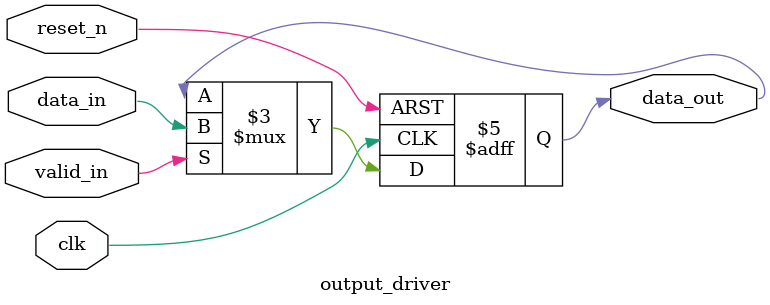
<source format=sv>
`timescale 1ns / 1ps
`default_nettype none

module and_gate_1_async (
    input  wire clk,         // 時鐘信號
    input  wire reset_n,     // 低電平有效復位
    input  wire a,           // 輸入 A
    input  wire b,           // 輸入 B
    output wire y            // 輸出 Y
);
    // 內部信號定義 - 流水線級連接
    wire stage1_result;      // 第一級結果
    reg  stage1_valid;       // 第一級有效標誌
    reg  stage2_data;        // 第二級數據寄存器
    
    // 數據流第一級 - 邏輯運算階段
    logic_operator #(
        .OPERATION_TYPE("AND")
    ) logic_stage (
        .clk       (clk),
        .reset_n   (reset_n),
        .input_a   (a),
        .input_b   (b),
        .result    (stage1_result)
    );
    
    // 流水線控制 - 第一級到第二級
    always @(posedge clk or negedge reset_n) begin
        if (!reset_n) begin
            stage1_valid <= 1'b0;
        end else begin
            stage1_valid <= 1'b1;  // 輸入數據始終有效
        end
    end
    
    // 數據流第二級 - 流水線寄存器
    always @(posedge clk or negedge reset_n) begin
        if (!reset_n) begin
            stage2_data <= 1'b0;
        end else if (stage1_valid) begin
            stage2_data <= stage1_result;
        end
    end
    
    // 數據流第三級 - 輸出驅動階段
    output_driver out_stage (
        .clk       (clk),
        .reset_n   (reset_n),
        .data_in   (stage2_data),
        .valid_in  (stage1_valid),
        .data_out  (y)
    );
endmodule

// 邏輯運算子模塊 - 支持時序操作
module logic_operator #(
    parameter OPERATION_TYPE = "AND"  // 支持不同邏輯運算的參數化設計
)(
    input  wire clk,          // 時鐘信號
    input  wire reset_n,      // 低電平有效復位
    input  wire input_a,      // 輸入操作數 A
    input  wire input_b,      // 輸入操作數 B
    output reg  result        // 運算結果
);
    // 內部信號 - 輸入寄存
    reg input_a_reg, input_b_reg;
    
    // 輸入緩存 - 減少扇出負載並提高時序穩定性
    always @(posedge clk or negedge reset_n) begin
        if (!reset_n) begin
            input_a_reg <= 1'b0;
            input_b_reg <= 1'b0;
        end else begin
            input_a_reg <= input_a;
            input_b_reg <= input_b;
        end
    end
    
    // 邏輯運算處理 - 寄存結果
    always @(posedge clk or negedge reset_n) begin
        if (!reset_n) begin
            result <= 1'b0;
        end else begin
            case (OPERATION_TYPE)
                "AND": result <= input_a_reg & input_b_reg;
                "OR":  result <= input_a_reg | input_b_reg;
                "XOR": result <= input_a_reg ^ input_b_reg;
                default: result <= input_a_reg & input_b_reg;  // 默認為AND操作
            endcase
        end
    end
endmodule

// 輸出驅動模塊 - 增強型輸出處理
module output_driver (
    input  wire clk,         // 時鐘信號
    input  wire reset_n,     // 低電平有效復位
    input  wire data_in,     // 輸入數據
    input  wire valid_in,    // 輸入有效信號
    output reg  data_out     // 輸出數據
);
    // 輸出驅動邏輯 - 確保在有效數據時更新輸出
    always @(posedge clk or negedge reset_n) begin
        if (!reset_n) begin
            data_out <= 1'b0;
        end else if (valid_in) begin
            data_out <= data_in;
        end
    end
endmodule

`default_nettype wire
</source>
